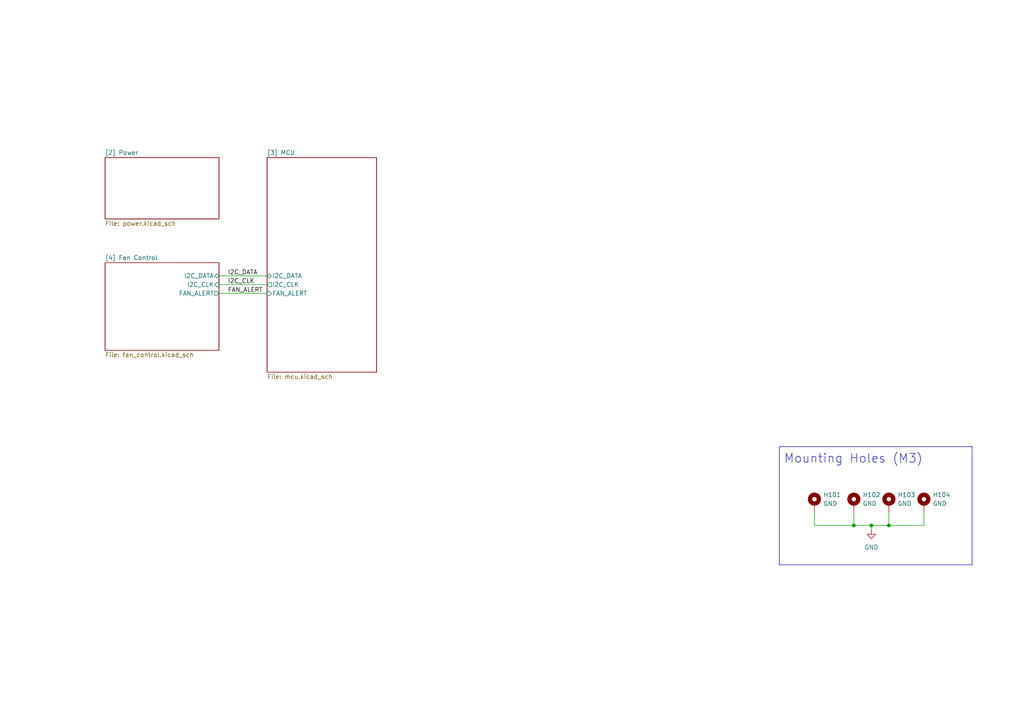
<source format=kicad_sch>
(kicad_sch
	(version 20231120)
	(generator "eeschema")
	(generator_version "8.0")
	(uuid "af3170cb-38e8-4f1f-8d67-3c2d4410beea")
	(paper "A4")
	(title_block
		(title "Radiator Booster")
		(date "2025-01-19")
		(rev "0.1")
		(company "LP")
	)
	(lib_symbols
		(symbol "Mechanical:MountingHole_Pad"
			(pin_numbers hide)
			(pin_names
				(offset 1.016) hide)
			(exclude_from_sim no)
			(in_bom yes)
			(on_board yes)
			(property "Reference" "H"
				(at 0 6.35 0)
				(effects
					(font
						(size 1.27 1.27)
					)
				)
			)
			(property "Value" "MountingHole_Pad"
				(at 0 4.445 0)
				(effects
					(font
						(size 1.27 1.27)
					)
				)
			)
			(property "Footprint" ""
				(at 0 0 0)
				(effects
					(font
						(size 1.27 1.27)
					)
					(hide yes)
				)
			)
			(property "Datasheet" "~"
				(at 0 0 0)
				(effects
					(font
						(size 1.27 1.27)
					)
					(hide yes)
				)
			)
			(property "Description" "Mounting Hole with connection"
				(at 0 0 0)
				(effects
					(font
						(size 1.27 1.27)
					)
					(hide yes)
				)
			)
			(property "ki_keywords" "mounting hole"
				(at 0 0 0)
				(effects
					(font
						(size 1.27 1.27)
					)
					(hide yes)
				)
			)
			(property "ki_fp_filters" "MountingHole*Pad*"
				(at 0 0 0)
				(effects
					(font
						(size 1.27 1.27)
					)
					(hide yes)
				)
			)
			(symbol "MountingHole_Pad_0_1"
				(circle
					(center 0 1.27)
					(radius 1.27)
					(stroke
						(width 1.27)
						(type default)
					)
					(fill
						(type none)
					)
				)
			)
			(symbol "MountingHole_Pad_1_1"
				(pin input line
					(at 0 -2.54 90)
					(length 2.54)
					(name "1"
						(effects
							(font
								(size 1.27 1.27)
							)
						)
					)
					(number "1"
						(effects
							(font
								(size 1.27 1.27)
							)
						)
					)
				)
			)
		)
		(symbol "power:GND"
			(power)
			(pin_numbers hide)
			(pin_names
				(offset 0) hide)
			(exclude_from_sim no)
			(in_bom yes)
			(on_board yes)
			(property "Reference" "#PWR"
				(at 0 -6.35 0)
				(effects
					(font
						(size 1.27 1.27)
					)
					(hide yes)
				)
			)
			(property "Value" "GND"
				(at 0 -3.81 0)
				(effects
					(font
						(size 1.27 1.27)
					)
				)
			)
			(property "Footprint" ""
				(at 0 0 0)
				(effects
					(font
						(size 1.27 1.27)
					)
					(hide yes)
				)
			)
			(property "Datasheet" ""
				(at 0 0 0)
				(effects
					(font
						(size 1.27 1.27)
					)
					(hide yes)
				)
			)
			(property "Description" "Power symbol creates a global label with name \"GND\" , ground"
				(at 0 0 0)
				(effects
					(font
						(size 1.27 1.27)
					)
					(hide yes)
				)
			)
			(property "ki_keywords" "global power"
				(at 0 0 0)
				(effects
					(font
						(size 1.27 1.27)
					)
					(hide yes)
				)
			)
			(symbol "GND_0_1"
				(polyline
					(pts
						(xy 0 0) (xy 0 -1.27) (xy 1.27 -1.27) (xy 0 -2.54) (xy -1.27 -1.27) (xy 0 -1.27)
					)
					(stroke
						(width 0)
						(type default)
					)
					(fill
						(type none)
					)
				)
			)
			(symbol "GND_1_1"
				(pin power_in line
					(at 0 0 270)
					(length 0)
					(name "~"
						(effects
							(font
								(size 1.27 1.27)
							)
						)
					)
					(number "1"
						(effects
							(font
								(size 1.27 1.27)
							)
						)
					)
				)
			)
		)
	)
	(junction
		(at 252.73 152.4)
		(diameter 0)
		(color 0 0 0 0)
		(uuid "089fad17-0bd3-4ca0-9a16-002c107959a7")
	)
	(junction
		(at 257.81 152.4)
		(diameter 0)
		(color 0 0 0 0)
		(uuid "36573421-69f8-4ba0-bc75-e2e20ecab7dc")
	)
	(junction
		(at 247.65 152.4)
		(diameter 0)
		(color 0 0 0 0)
		(uuid "78b60655-c250-4e0e-a783-e781c452a688")
	)
	(wire
		(pts
			(xy 252.73 152.4) (xy 252.73 153.67)
		)
		(stroke
			(width 0)
			(type default)
		)
		(uuid "054e89ad-8a30-41f9-85d0-5a6725cea889")
	)
	(wire
		(pts
			(xy 267.97 148.59) (xy 267.97 152.4)
		)
		(stroke
			(width 0)
			(type default)
		)
		(uuid "0825ca5c-f932-4822-97fd-5a5a34f8e3e0")
	)
	(wire
		(pts
			(xy 247.65 152.4) (xy 252.73 152.4)
		)
		(stroke
			(width 0)
			(type default)
		)
		(uuid "1e78d776-fad5-4961-8462-e266bab86777")
	)
	(polyline
		(pts
			(xy 226.06 163.83) (xy 281.94 163.83)
		)
		(stroke
			(width 0)
			(type default)
		)
		(uuid "31b623f3-fa6e-404c-a49b-f4ecf0cb1e78")
	)
	(polyline
		(pts
			(xy 281.94 163.83) (xy 281.94 129.54)
		)
		(stroke
			(width 0)
			(type default)
		)
		(uuid "33cb54d6-1926-443c-acc9-2e4a85713e24")
	)
	(wire
		(pts
			(xy 252.73 152.4) (xy 257.81 152.4)
		)
		(stroke
			(width 0)
			(type default)
		)
		(uuid "4cad23ad-b23d-4431-a3c8-31e38918b4e8")
	)
	(wire
		(pts
			(xy 236.22 152.4) (xy 247.65 152.4)
		)
		(stroke
			(width 0)
			(type default)
		)
		(uuid "5d4a7068-8e6c-4bb7-ad81-ca27ea4bc27c")
	)
	(wire
		(pts
			(xy 257.81 152.4) (xy 267.97 152.4)
		)
		(stroke
			(width 0)
			(type default)
		)
		(uuid "7140298b-bbf2-4498-be26-a14a9019cf3f")
	)
	(wire
		(pts
			(xy 236.22 148.59) (xy 236.22 152.4)
		)
		(stroke
			(width 0)
			(type default)
		)
		(uuid "8d1e9771-bf1d-4c5a-a3b2-c42c52a4fd9f")
	)
	(polyline
		(pts
			(xy 226.06 129.54) (xy 226.06 163.83)
		)
		(stroke
			(width 0)
			(type default)
		)
		(uuid "8d23d5c5-f4a2-42dc-9336-04c84a4bb50b")
	)
	(wire
		(pts
			(xy 257.81 148.59) (xy 257.81 152.4)
		)
		(stroke
			(width 0)
			(type default)
		)
		(uuid "8e71e908-153a-49e7-b0cd-7a3995fa5408")
	)
	(wire
		(pts
			(xy 63.5 82.55) (xy 77.47 82.55)
		)
		(stroke
			(width 0)
			(type default)
		)
		(uuid "a0cedda1-0145-4583-9631-f43f90310a82")
	)
	(wire
		(pts
			(xy 63.5 80.01) (xy 77.47 80.01)
		)
		(stroke
			(width 0)
			(type default)
		)
		(uuid "afac6870-e6c5-4131-b1fd-b1d84c472fef")
	)
	(wire
		(pts
			(xy 247.65 148.59) (xy 247.65 152.4)
		)
		(stroke
			(width 0)
			(type default)
		)
		(uuid "bc49daf5-d511-4c55-87ac-397da8727e4d")
	)
	(polyline
		(pts
			(xy 226.06 129.54) (xy 281.94 129.54)
		)
		(stroke
			(width 0)
			(type default)
		)
		(uuid "d5a5a76e-167e-453b-bee5-4a00d1f21d63")
	)
	(polyline
		(pts
			(xy 226.06 134.62) (xy 226.06 134.62)
		)
		(stroke
			(width 0)
			(type default)
		)
		(uuid "e0ca2abd-7e9b-4371-bd45-d28527cc1686")
	)
	(wire
		(pts
			(xy 63.5 85.09) (xy 77.47 85.09)
		)
		(stroke
			(width 0)
			(type default)
		)
		(uuid "f68644ee-c7e8-4517-9276-e0742899cbf5")
	)
	(text "Mounting Holes (M3)\n"
		(exclude_from_sim no)
		(at 227.33 134.62 0)
		(effects
			(font
				(size 2.54 2.54)
			)
			(justify left bottom)
		)
		(uuid "4c7ccb70-f0a1-4451-9a8c-b360fc7b2fd4")
	)
	(label "I2C_CLK"
		(at 66.04 82.55 0)
		(fields_autoplaced yes)
		(effects
			(font
				(size 1.27 1.27)
			)
			(justify left bottom)
		)
		(uuid "0eacc9e0-1864-4a76-ac73-151e1208d3e2")
	)
	(label "I2C_DATA"
		(at 66.04 80.01 0)
		(fields_autoplaced yes)
		(effects
			(font
				(size 1.27 1.27)
			)
			(justify left bottom)
		)
		(uuid "35fc4952-2778-4d39-8665-545207f28f73")
	)
	(label "FAN_ALERT"
		(at 66.04 85.09 0)
		(fields_autoplaced yes)
		(effects
			(font
				(size 1.27 1.27)
			)
			(justify left bottom)
		)
		(uuid "62c5fdb3-95d9-4495-9225-b0a034282cfd")
	)
	(symbol
		(lib_id "Mechanical:MountingHole_Pad")
		(at 257.81 146.05 0)
		(unit 1)
		(exclude_from_sim no)
		(in_bom no)
		(on_board yes)
		(dnp no)
		(fields_autoplaced yes)
		(uuid "0ba5c5cc-e9c6-4c92-ba49-ddcda62e4d77")
		(property "Reference" "H103"
			(at 260.35 143.5099 0)
			(effects
				(font
					(size 1.27 1.27)
				)
				(justify left)
			)
		)
		(property "Value" "GND"
			(at 260.35 146.0499 0)
			(effects
				(font
					(size 1.27 1.27)
				)
				(justify left)
			)
		)
		(property "Footprint" "MountingHole:MountingHole_2.7mm_M2.5_ISO14580_Pad"
			(at 257.81 146.05 0)
			(effects
				(font
					(size 1.27 1.27)
				)
				(hide yes)
			)
		)
		(property "Datasheet" "~"
			(at 257.81 146.05 0)
			(effects
				(font
					(size 1.27 1.27)
				)
				(hide yes)
			)
		)
		(property "Description" ""
			(at 257.81 146.05 0)
			(effects
				(font
					(size 1.27 1.27)
				)
				(hide yes)
			)
		)
		(pin "1"
			(uuid "b71eef1e-29ba-417f-8705-116a082c22cb")
		)
		(instances
			(project "radiator_booster"
				(path "/af3170cb-38e8-4f1f-8d67-3c2d4410beea"
					(reference "H103")
					(unit 1)
				)
			)
		)
	)
	(symbol
		(lib_id "Mechanical:MountingHole_Pad")
		(at 236.22 146.05 0)
		(unit 1)
		(exclude_from_sim no)
		(in_bom no)
		(on_board yes)
		(dnp no)
		(fields_autoplaced yes)
		(uuid "10a1312d-6e90-4238-a7a9-6eaa22991ad8")
		(property "Reference" "H101"
			(at 238.76 143.5099 0)
			(effects
				(font
					(size 1.27 1.27)
				)
				(justify left)
			)
		)
		(property "Value" "GND"
			(at 238.76 146.0499 0)
			(effects
				(font
					(size 1.27 1.27)
				)
				(justify left)
			)
		)
		(property "Footprint" "MountingHole:MountingHole_2.7mm_M2.5_ISO14580_Pad"
			(at 236.22 146.05 0)
			(effects
				(font
					(size 1.27 1.27)
				)
				(hide yes)
			)
		)
		(property "Datasheet" "~"
			(at 236.22 146.05 0)
			(effects
				(font
					(size 1.27 1.27)
				)
				(hide yes)
			)
		)
		(property "Description" ""
			(at 236.22 146.05 0)
			(effects
				(font
					(size 1.27 1.27)
				)
				(hide yes)
			)
		)
		(pin "1"
			(uuid "8c55dfbb-91f0-4115-8ca7-231d9bc308b0")
		)
		(instances
			(project "radiator_booster"
				(path "/af3170cb-38e8-4f1f-8d67-3c2d4410beea"
					(reference "H101")
					(unit 1)
				)
			)
		)
	)
	(symbol
		(lib_id "power:GND")
		(at 252.73 153.67 0)
		(unit 1)
		(exclude_from_sim no)
		(in_bom yes)
		(on_board yes)
		(dnp no)
		(fields_autoplaced yes)
		(uuid "1298624f-c541-4348-852b-856ce39503f0")
		(property "Reference" "#PWR0101"
			(at 252.73 160.02 0)
			(effects
				(font
					(size 1.27 1.27)
				)
				(hide yes)
			)
		)
		(property "Value" "GND"
			(at 252.73 158.75 0)
			(effects
				(font
					(size 1.27 1.27)
				)
			)
		)
		(property "Footprint" ""
			(at 252.73 153.67 0)
			(effects
				(font
					(size 1.27 1.27)
				)
				(hide yes)
			)
		)
		(property "Datasheet" ""
			(at 252.73 153.67 0)
			(effects
				(font
					(size 1.27 1.27)
				)
				(hide yes)
			)
		)
		(property "Description" "Power symbol creates a global label with name \"GND\" , ground"
			(at 252.73 153.67 0)
			(effects
				(font
					(size 1.27 1.27)
				)
				(hide yes)
			)
		)
		(pin "1"
			(uuid "05ffae85-768b-4897-89c7-7289198697c8")
		)
		(instances
			(project "radiator_booster"
				(path "/af3170cb-38e8-4f1f-8d67-3c2d4410beea"
					(reference "#PWR0101")
					(unit 1)
				)
			)
		)
	)
	(symbol
		(lib_id "Mechanical:MountingHole_Pad")
		(at 267.97 146.05 0)
		(unit 1)
		(exclude_from_sim no)
		(in_bom no)
		(on_board yes)
		(dnp no)
		(fields_autoplaced yes)
		(uuid "7ab47ca3-83ac-42af-aa8a-bc56bc808d2b")
		(property "Reference" "H104"
			(at 270.51 143.5099 0)
			(effects
				(font
					(size 1.27 1.27)
				)
				(justify left)
			)
		)
		(property "Value" "GND"
			(at 270.51 146.0499 0)
			(effects
				(font
					(size 1.27 1.27)
				)
				(justify left)
			)
		)
		(property "Footprint" "MountingHole:MountingHole_2.7mm_M2.5_ISO14580_Pad"
			(at 267.97 146.05 0)
			(effects
				(font
					(size 1.27 1.27)
				)
				(hide yes)
			)
		)
		(property "Datasheet" "~"
			(at 267.97 146.05 0)
			(effects
				(font
					(size 1.27 1.27)
				)
				(hide yes)
			)
		)
		(property "Description" ""
			(at 267.97 146.05 0)
			(effects
				(font
					(size 1.27 1.27)
				)
				(hide yes)
			)
		)
		(pin "1"
			(uuid "65e8166e-bf97-42e4-b17d-196fd2958d0b")
		)
		(instances
			(project "radiator_booster"
				(path "/af3170cb-38e8-4f1f-8d67-3c2d4410beea"
					(reference "H104")
					(unit 1)
				)
			)
		)
	)
	(symbol
		(lib_id "Mechanical:MountingHole_Pad")
		(at 247.65 146.05 0)
		(unit 1)
		(exclude_from_sim no)
		(in_bom no)
		(on_board yes)
		(dnp no)
		(fields_autoplaced yes)
		(uuid "d92665c4-da37-4ef3-aa79-5f721516b6ce")
		(property "Reference" "H102"
			(at 250.19 143.5099 0)
			(effects
				(font
					(size 1.27 1.27)
				)
				(justify left)
			)
		)
		(property "Value" "GND"
			(at 250.19 146.0499 0)
			(effects
				(font
					(size 1.27 1.27)
				)
				(justify left)
			)
		)
		(property "Footprint" "MountingHole:MountingHole_2.7mm_M2.5_ISO14580_Pad"
			(at 247.65 146.05 0)
			(effects
				(font
					(size 1.27 1.27)
				)
				(hide yes)
			)
		)
		(property "Datasheet" "~"
			(at 247.65 146.05 0)
			(effects
				(font
					(size 1.27 1.27)
				)
				(hide yes)
			)
		)
		(property "Description" ""
			(at 247.65 146.05 0)
			(effects
				(font
					(size 1.27 1.27)
				)
				(hide yes)
			)
		)
		(pin "1"
			(uuid "b471f1da-f788-4213-af25-63da18c69bd1")
		)
		(instances
			(project "radiator_booster"
				(path "/af3170cb-38e8-4f1f-8d67-3c2d4410beea"
					(reference "H102")
					(unit 1)
				)
			)
		)
	)
	(sheet
		(at 30.48 76.2)
		(size 33.02 25.4)
		(fields_autoplaced yes)
		(stroke
			(width 0.1524)
			(type solid)
		)
		(fill
			(color 0 0 0 0.0000)
		)
		(uuid "25b872c9-4a13-434a-a096-25f68f332965")
		(property "Sheetname" "[4] Fan Control"
			(at 30.48 75.4884 0)
			(effects
				(font
					(size 1.27 1.27)
				)
				(justify left bottom)
			)
		)
		(property "Sheetfile" "fan_control.kicad_sch"
			(at 30.48 102.1846 0)
			(effects
				(font
					(size 1.27 1.27)
				)
				(justify left top)
			)
		)
		(pin "FAN_ALERT" output
			(at 63.5 85.09 0)
			(effects
				(font
					(size 1.27 1.27)
				)
				(justify right)
			)
			(uuid "7deeb05b-c4c0-4e7a-abab-7bd61a713d71")
		)
		(pin "I2C_CLK" input
			(at 63.5 82.55 0)
			(effects
				(font
					(size 1.27 1.27)
				)
				(justify right)
			)
			(uuid "e94cf139-2362-42ea-baea-675f086a9f55")
		)
		(pin "I2C_DATA" bidirectional
			(at 63.5 80.01 0)
			(effects
				(font
					(size 1.27 1.27)
				)
				(justify right)
			)
			(uuid "ca6b7fcb-5a74-4b7a-ad43-8af826a8fae8")
		)
		(instances
			(project "radiator_booster"
				(path "/af3170cb-38e8-4f1f-8d67-3c2d4410beea"
					(page "4")
				)
			)
		)
	)
	(sheet
		(at 77.47 45.72)
		(size 31.75 62.23)
		(fields_autoplaced yes)
		(stroke
			(width 0.1524)
			(type solid)
		)
		(fill
			(color 0 0 0 0.0000)
		)
		(uuid "3e91bf98-2805-47ae-aad0-7f27ae6ee6a3")
		(property "Sheetname" "[3] MCU"
			(at 77.47 45.0084 0)
			(effects
				(font
					(size 1.27 1.27)
				)
				(justify left bottom)
			)
		)
		(property "Sheetfile" "mcu.kicad_sch"
			(at 77.47 108.5346 0)
			(effects
				(font
					(size 1.27 1.27)
				)
				(justify left top)
			)
		)
		(pin "I2C_DATA" bidirectional
			(at 77.47 80.01 180)
			(effects
				(font
					(size 1.27 1.27)
				)
				(justify left)
			)
			(uuid "edb7fcd4-3a55-468b-b632-25ab157a255e")
		)
		(pin "I2C_CLK" output
			(at 77.47 82.55 180)
			(effects
				(font
					(size 1.27 1.27)
				)
				(justify left)
			)
			(uuid "df1ed175-2fbe-4670-9d60-405cd809ad43")
		)
		(pin "FAN_ALERT" input
			(at 77.47 85.09 180)
			(effects
				(font
					(size 1.27 1.27)
				)
				(justify left)
			)
			(uuid "6e94b480-a405-4c43-abb0-e5bac383af51")
		)
		(instances
			(project "radiator_booster"
				(path "/af3170cb-38e8-4f1f-8d67-3c2d4410beea"
					(page "3")
				)
			)
		)
	)
	(sheet
		(at 30.48 45.72)
		(size 33.02 17.78)
		(fields_autoplaced yes)
		(stroke
			(width 0.1524)
			(type solid)
		)
		(fill
			(color 0 0 0 0.0000)
		)
		(uuid "fecdb092-b7ca-4666-9ea8-572c2446285e")
		(property "Sheetname" "[2] Power"
			(at 30.48 45.0084 0)
			(effects
				(font
					(size 1.27 1.27)
				)
				(justify left bottom)
			)
		)
		(property "Sheetfile" "power.kicad_sch"
			(at 30.48 64.0846 0)
			(effects
				(font
					(size 1.27 1.27)
				)
				(justify left top)
			)
		)
		(instances
			(project "radiator_booster"
				(path "/af3170cb-38e8-4f1f-8d67-3c2d4410beea"
					(page "2")
				)
			)
		)
	)
	(sheet_instances
		(path "/"
			(page "1")
		)
	)
)

</source>
